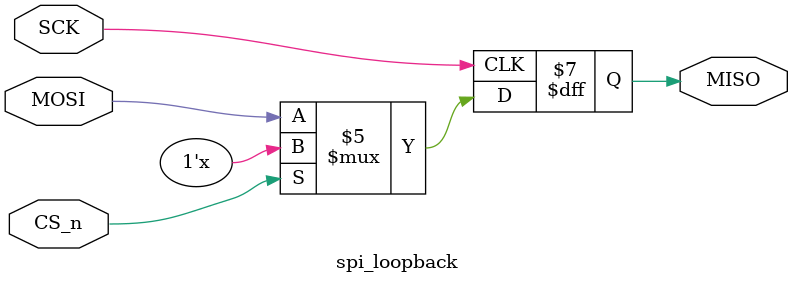
<source format=sv>

module spi_loopback
  (
   // SPI Interface
   input      SCK,
   output reg MISO,
   input      MOSI,
   input      CS_n
   );

   initial MISO = 1'b1;
   always @(posedge  SCK) begin
      if (!CS_n) MISO <= MOSI;
      else MISO <= 1'bz;
   end
   
endmodule // spi_loopback

</source>
